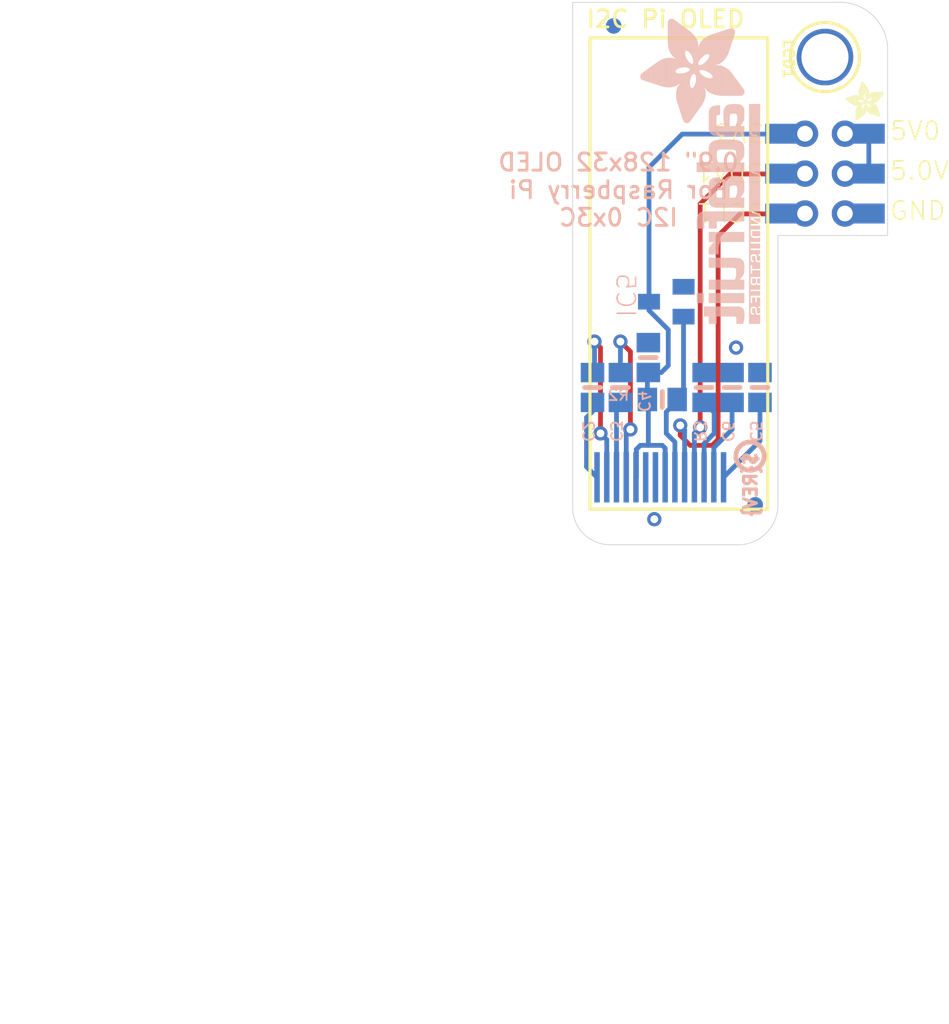
<source format=kicad_pcb>
(kicad_pcb (version 20241229) (generator "pcbnew") (generator_version "9.0")
  (layers (0 "F.Cu" signal) (4 "In1.Cu" signal) (6 "In2.Cu" signal) (8 "In3.Cu" signal) (10 "In4.Cu" signal) (12 "In5.Cu" signal) (14 "In6.Cu" signal) (16 "In7.Cu" signal) (18 "In8.Cu" signal) (20 "In9.Cu" signal) (22 "In10.Cu" signal) (24 "In11.Cu" signal) (26 "In12.Cu" signal) (28 "In13.Cu" signal) (30 "In14.Cu" signal) (2 "B.Cu" signal) (13 "F.Paste" user) (15 "B.Paste" user) (5 "F.SilkS" user "F.Silkscreen") (7 "B.SilkS" user "B.Silkscreen") (1 "F.Mask" user) (3 "B.Mask" user) (25 "Edge.Cuts" user))
  (net 0 "")
  (net 1 "GND")
  (net 2 "SDA")
  (net 3 "SCL")
  (net 4 "+5V")
  (net 5 "3.3V")
  (net 6 "VBREF")
  (net 7 "N$1")
  (net 8 "N$2")
  (net 9 "N$3")
  (net 10 "N$4")
  (net 11 "N$5")
  (net 12 "N$7")
  (net 13 "N$6")
  (net 14 "~{OLED_RST}")
  (footprint "Adafruit 128x32 Pi OLED:UG-2832HSWEG02_WRAPUNDER" (layer "F.Cu") (at 145.326167 120.007582 -90)
    (property "Reference" "LCD1" (at -30 -6.5 270) (layer "F.SilkS") (effects (font (size 0.666496 0.666496) (thickness 0.146304)) (justify left bottom)))
    (property "Value" "OLED 128x32")
    (pad "1" smd rect (at -2.03 5.3 90) (size 3.2 0.35) (layers "B.Cu" "B.Mask") (net 7 "N$1"))
    (pad "2" smd rect (at -2.03 4.68 90) (size 3.2 0.35) (layers "B.Cu" "B.Mask") (net 8 "N$2"))
    (pad "3" smd rect (at -2.03 4.06 90) (size 3.2 0.35) (layers "B.Cu" "B.Mask") (net 9 "N$3"))
    (pad "4" smd rect (at -2.03 3.44 90) (size 3.2 0.35) (layers "B.Cu" "B.Mask") (net 10 "N$4"))
    (pad "5" smd rect (at -2.03 2.82 90) (size 3.2 0.35) (layers "B.Cu" "B.Mask") (net 5 "3.3V"))
    (pad "6" smd rect (at -2.03 2.2 90) (size 3.2 0.35) (layers "B.Cu" "B.Mask") (net 6 "VBREF"))
    (pad "7" smd rect (at -2.03 1.58 90) (size 3.2 0.35) (layers "B.Cu" "B.Mask") (net 1 "GND"))
    (pad "8" smd rect (at -2.03 0.96 90) (size 3.2 0.35) (layers "B.Cu" "B.Mask") (net 5 "3.3V"))
    (pad "9" smd rect (at -2.03 0.34 90) (size 3.2 0.35) (layers "B.Cu" "B.Mask") (net 14 "~{OLED_RST}"))
    (pad "10" smd rect (at -2.03 -0.28 90) (size 3.2 0.35) (layers "B.Cu" "B.Mask") (net 3 "SCL"))
    (pad "11" smd rect (at -2.03 -0.9 90) (size 3.2 0.35) (layers "B.Cu" "B.Mask") (net 2 "SDA"))
    (pad "12" smd rect (at -2.03 -1.52 90) (size 3.2 0.35) (layers "B.Cu" "B.Mask") (net 12 "N$7"))
    (pad "13" smd rect (at -2.03 -2.14 90) (size 3.2 0.35) (layers "B.Cu" "B.Mask") (net 11 "N$5"))
    (pad "14" smd rect (at -2.03 -2.76 90) (size 3.2 0.35) (layers "B.Cu" "B.Mask") (net 13 "N$6"))
  )
  (footprint "Adafruit 128x32 Pi OLED:MOUNTINGHOLE_3.0_PLATEDTHIN" (layer "F.Cu") (at 154.546367 91.229382 180)
    (property "Reference" "U$4" (hide yes))
    (property "Value" "MOUNTINGHOLE3.0THIN" (hide yes))
    (pad "P$1" thru_hole circle (at 0 0 180) (size 3.6 3.6) (drill 3) (layers "*.Cu" "*.Mask"))
  )
  (footprint "Adafruit 128x32 Pi OLED:ADAFRUIT_2.5MM" (layer "F.Cu") (at 158.280167 95.242582 90)
    (property "Reference" "U$1" (hide yes))
    (property "Value" "" (hide yes))
  )
  (footprint "Adafruit 128x32 Pi OLED:RASPBERRYPI_2X3_THMSMT" (layer "F.Cu") (at 154.546367 98.646182)
    (property "Reference" "RPI1" (hide yes))
    (property "Value" "RASPBERRYPI_2X3" (hide yes))
    (fp_text user "5V0" (at 4.064 -2.032 0) (layer "F.SilkS") (effects (font (size 1.1684 1.1684) (thickness 0.1016)) (justify left bottom)))
    (fp_text user "SDA1" (at -3.81 -0.762 180) (layer "F.SilkS") (effects (font (size 1.1684 1.1684) (thickness 0.1016)) (justify left bottom)))
    (fp_text user "GND" (at 4.064 3.048 0) (layer "F.SilkS") (effects (font (size 1.1684 1.1684) (thickness 0.1016)) (justify left bottom)))
    (fp_text user "5.0V" (at 4.064 0.508 0) (layer "F.SilkS") (effects (font (size 1.1684 1.1684) (thickness 0.1016)) (justify left bottom)))
    (fp_text user "3V3" (at -3.81 -3.302 180) (layer "F.SilkS") (effects (font (size 1.1684 1.1684) (thickness 0.1016)) (justify left bottom)))
    (fp_text user "SCL1" (at -3.81 1.778 180) (layer "F.SilkS") (effects (font (size 1.1684 1.1684) (thickness 0.1016)) (justify left bottom)))
    (pad "1" thru_hole circle (at -1.27 -2.54 270) (size 1.6764 1.6764) (drill 1) (layers "*.Cu" "*.Mask") (net 5 "3.3V"))
    (pad "1'" smd rect (at -2.794 -2.54 90) (size 1.27 2.032) (layers "B.Cu" "B.Mask" "B.Paste") (net 5 "3.3V"))
    (pad "2" thru_hole circle (at 1.27 -2.54 270) (size 1.6764 1.6764) (drill 1) (layers "*.Cu" "*.Mask") (net 4 "+5V"))
    (pad "2'" smd rect (at 2.794 -2.54 90) (size 1.27 2.032) (layers "B.Cu" "B.Mask" "B.Paste") (net 4 "+5V"))
    (pad "3" thru_hole circle (at -1.27 0 270) (size 1.6764 1.6764) (drill 1) (layers "*.Cu" "*.Mask") (net 2 "SDA"))
    (pad "3'" smd rect (at -2.794 0 90) (size 1.27 2.032) (layers "B.Cu" "B.Mask" "B.Paste") (net 2 "SDA"))
    (pad "4" thru_hole circle (at 1.27 0 270) (size 1.6764 1.6764) (drill 1) (layers "*.Cu" "*.Mask") (net 4 "+5V"))
    (pad "4'" smd rect (at 2.794 0 90) (size 1.27 2.032) (layers "B.Cu" "B.Mask" "B.Paste") (net 4 "+5V"))
    (pad "5" thru_hole circle (at -1.27 2.54 270) (size 1.6764 1.6764) (drill 1) (layers "*.Cu" "*.Mask") (net 3 "SCL"))
    (pad "5'" smd rect (at -2.794 2.54 90) (size 1.27 2.032) (layers "B.Cu" "B.Mask" "B.Paste") (net 3 "SCL"))
    (pad "6" thru_hole circle (at 1.27 2.54 270) (size 1.6764 1.6764) (drill 1) (layers "*.Cu" "*.Mask") (net 1 "GND"))
    (pad "6'" smd rect (at 2.794 2.54 90) (size 1.27 2.032) (layers "B.Cu" "B.Mask" "B.Paste") (net 1 "GND"))
  )
  (footprint "Adafruit 128x32 Pi OLED:FIDUCIAL_1MM" (layer "B.Cu") (at 141.084367 89.248182 180)
    (property "Reference" "FID4" (hide yes))
    (property "Value" "FIDUCIAL_1MM" (hide yes))
    (pad "1" smd roundrect (at 0 0 180) (size 1 1) (layers "B.Cu" "B.Mask") (roundrect_rratio 0.5))
  )
  (footprint "Adafruit 128x32 Pi OLED:0805-NO" (layer "B.Cu") (at 144.183167 113.022582 180)
    (property "Reference" "R2" (at 2.032 -0.127 -0) (layer "B.SilkS") (effects (font (size 0.692831 0.692831) (thickness 0.119969)) (justify left bottom mirror)))
    (property "Value" "10K")
    (pad "1" smd rect (at -0.95 0 180) (size 1.24 1.5) (layers "B.Cu" "B.Mask" "B.Paste") (net 14 "~{OLED_RST}"))
    (pad "2" smd rect (at 0.95 0 180) (size 1.24 1.5) (layers "B.Cu" "B.Mask" "B.Paste") (net 5 "3.3V"))
  )
  (footprint "Adafruit 128x32 Pi OLED:0805-NO" (layer "B.Cu") (at 143.294167 110.355582 -90)
    (property "Reference" "C4" (at 2.032 -0.127 -90) (layer "B.SilkS") (effects (font (size 0.692831 0.692831) (thickness 0.119969)) (justify right top mirror)))
    (property "Value" "10uF")
    (pad "1" smd rect (at -0.95 0 270) (size 1.24 1.5) (layers "B.Cu" "B.Mask" "B.Paste") (net 1 "GND"))
    (pad "2" smd rect (at 0.95 0 270) (size 1.24 1.5) (layers "B.Cu" "B.Mask" "B.Paste") (net 5 "3.3V"))
  )
  (footprint "Adafruit 128x32 Pi OLED:PCBFEAT-REV-040" (layer "B.Cu") (at 149.771167 116.629382 -90)
    (property "Reference" "U$3" (hide yes))
    (property "Value" "" (hide yes))
    (fp_text user "${REV}" (at -0.3556 -0.508 90) (layer "B.SilkS") (effects (font (size 0.8128 0.8128) (thickness 0.2032)) (justify left bottom mirror)))
  )
  (footprint "Adafruit 128x32 Pi OLED:ADAFRUIT_TEXT_20MM" (layer "B.Cu") (at 150.406167 88.638582 -90)
    (property "Reference" "U$8" (hide yes))
    (property "Value" "" (hide yes))
  )
  (footprint "Adafruit 128x32 Pi OLED:0805-NO" (layer "B.Cu") (at 146.850167 112.260582 -90)
    (property "Reference" "R3" (at 2.032 -0.127 -90) (layer "B.SilkS") (effects (font (size 0.692831 0.692831) (thickness 0.119969)) (justify right top mirror)))
    (property "Value" "390K")
    (pad "1" smd rect (at -0.95 0 270) (size 1.24 1.5) (layers "B.Cu" "B.Mask" "B.Paste") (net 1 "GND"))
    (pad "2" smd rect (at 0.95 0 270) (size 1.24 1.5) (layers "B.Cu" "B.Mask" "B.Paste") (net 12 "N$7"))
  )
  (footprint "Adafruit 128x32 Pi OLED:FIDUCIAL_1MM" (layer "B.Cu") (at 150.101367 119.728182 180)
    (property "Reference" "FID3" (hide yes))
    (property "Value" "FIDUCIAL_1MM" (hide yes))
    (pad "1" smd roundrect (at 0 0 180) (size 1 1) (layers "B.Cu" "B.Mask") (roundrect_rratio 0.5))
  )
  (footprint "Adafruit 128x32 Pi OLED:0805-NO" (layer "B.Cu") (at 139.738167 112.260582 -90)
    (property "Reference" "C2" (at 2.032 -0.127 -90) (layer "B.SilkS") (effects (font (size 0.692831 0.692831) (thickness 0.119969)) (justify right top mirror)))
    (property "Value" "1uF")
    (pad "1" smd rect (at -0.95 0 270) (size 1.24 1.5) (layers "B.Cu" "B.Mask" "B.Paste") (net 8 "N$2"))
    (pad "2" smd rect (at 0.95 0 270) (size 1.24 1.5) (layers "B.Cu" "B.Mask" "B.Paste") (net 7 "N$1"))
  )
  (footprint "Adafruit 128x32 Pi OLED:0805-NO" (layer "B.Cu") (at 148.628167 112.260582 -90)
    (property "Reference" "C6" (at 2.032 -0.127 -90) (layer "B.SilkS") (effects (font (size 0.692831 0.692831) (thickness 0.119969)) (justify right top mirror)))
    (property "Value" "10uF")
    (pad "1" smd rect (at -0.95 0 270) (size 1.24 1.5) (layers "B.Cu" "B.Mask" "B.Paste") (net 1 "GND"))
    (pad "2" smd rect (at 0.95 0 270) (size 1.24 1.5) (layers "B.Cu" "B.Mask" "B.Paste") (net 11 "N$5"))
  )
  (footprint "Adafruit 128x32 Pi OLED:0805-NO" (layer "B.Cu") (at 141.516167 112.260582 -90)
    (property "Reference" "C3" (at 2.032 -0.127 -90) (layer "B.SilkS") (effects (font (size 0.692831 0.692831) (thickness 0.119969)) (justify right top mirror)))
    (property "Value" "1uF")
    (pad "1" smd rect (at -0.95 0 270) (size 1.24 1.5) (layers "B.Cu" "B.Mask" "B.Paste") (net 10 "N$4"))
    (pad "2" smd rect (at 0.95 0 270) (size 1.24 1.5) (layers "B.Cu" "B.Mask" "B.Paste") (net 9 "N$3"))
  )
  (footprint "Adafruit 128x32 Pi OLED:SOT23" (layer "B.Cu") (at 144.437167 106.799582 -90)
    (property "Reference" "IC5" (at -1.905 1.905 -90) (layer "B.SilkS") (effects (font (size 1.176528 1.176528) (thickness 0.093472)) (justify right top mirror)))
    (property "Value" "APX803")
    (pad "1" smd rect (at -0.95 -1.1 270) (size 1 1.4) (layers "B.Cu" "B.Mask" "B.Paste") (net 1 "GND"))
    (pad "2" smd rect (at 0.95 -1.1 270) (size 1 1.4) (layers "B.Cu" "B.Mask" "B.Paste") (net 14 "~{OLED_RST}"))
    (pad "3" smd rect (at 0 1.1 270) (size 1 1.4) (layers "B.Cu" "B.Mask" "B.Paste") (net 5 "3.3V"))
  )
  (footprint "Adafruit 128x32 Pi OLED:0805-NO" (layer "B.Cu") (at 150.406167 112.260582 -90)
    (property "Reference" "C5" (at 2.032 -0.127 -90) (layer "B.SilkS") (effects (font (size 0.692831 0.692831) (thickness 0.119969)) (justify right top mirror)))
    (property "Value" "10uF")
    (pad "1" smd rect (at -0.95 0 270) (size 1.24 1.5) (layers "B.Cu" "B.Mask" "B.Paste") (net 1 "GND"))
    (pad "2" smd rect (at 0.95 0 270) (size 1.24 1.5) (layers "B.Cu" "B.Mask" "B.Paste") (net 13 "N$6"))
  )
  (gr_line (start 149.009167 122.268182) (end 140.830367 122.268182) (stroke (width 0.05)) (layer "Edge.Cuts"))
  (gr_line (start 158.534167 102.583182) (end 151.549167 102.583182) (stroke (width 0.05)) (layer "Edge.Cuts"))
  (gr_line (start 158.534167 90.543582) (end 158.534167 102.583182) (stroke (width 0.05)) (layer "Edge.Cuts"))
  (gr_line (start 151.549167 102.583182) (end 151.549167 119.728182) (stroke (width 0.05)) (layer "Edge.Cuts"))
  (gr_arc (start 140.830367 122.268182) (mid 139.149518 121.55091) (end 138.468167 119.855182) (stroke (width 0.05)) (layer "Edge.Cuts"))
  (gr_arc (start 151.549167 119.728182) (mid 150.805218 121.524233) (end 149.009167 122.268182) (stroke (width 0.05)) (layer "Edge.Cuts"))
  (gr_line (start 138.468167 87.749582) (end 155.232167 87.749582) (stroke (width 0.05)) (layer "Edge.Cuts"))
  (gr_arc (start 155.232167 87.749582) (mid 157.461823 88.462715) (end 158.534167 90.543582) (stroke (width 0.05)) (layer "Edge.Cuts"))
  (gr_line (start 138.468167 119.855182) (end 138.468167 87.749582) (stroke (width 0.05)) (layer "Edge.Cuts"))
  (gr_text "I2C Pi OLED" (at 139.255567 89.451382 0) (layer "F.SilkS") (effects (font (size 1.0922 1.0922) (thickness 0.1778)) (justify left bottom)))
  (gr_text "0.9\" 128x32 OLED\nFor Raspberry Pi\nI2C 0x3C" (at 141.389167 99.687582 0) (layer "B.SilkS") (effects (font (size 1.0922 1.0922) (thickness 0.1778)) (justify mirror)))
  (via (at 148.882167 109.720582) (size 0.9064) (drill 0.5) (layers "F.Cu" "B.Cu") (net 1))
  (via (at 143.675167 120.642582) (size 0.9064) (drill 0.5) (layers "F.Cu" "B.Cu") (net 1))
  (segment (start 146.596167 100.576582) (end 148.501167 98.671582) (width 0.3048) (layer "F.Cu") (net 2))
  (segment (start 146.596167 114.800582) (end 146.596167 100.576582) (width 0.3048) (layer "F.Cu") (net 2))
  (segment (start 148.501167 98.671582) (end 153.250967 98.671582) (width 0.3048) (layer "F.Cu") (net 2))
  (segment (start 153.250967 98.671582) (end 153.276367 98.646182) (width 0.3048) (layer "F.Cu") (net 2))
  (via (at 146.596167 114.800582) (size 0.9064) (drill 0.5) (layers "F.Cu" "B.Cu") (net 2))
  (segment (start 151.752367 98.646182) (end 153.276367 98.646182) (width 0.3048) (layer "B.Cu") (net 2))
  (segment (start 146.226167 115.170582) (end 146.596167 114.800582) (width 0.3048) (layer "B.Cu") (net 2))
  (segment (start 146.226167 117.977582) (end 146.226167 115.170582) (width 0.3048) (layer "B.Cu") (net 2))
  (segment (start 145.961167 115.943582) (end 147.358167 115.943582) (width 0.3048) (layer "F.Cu") (net 3))
  (segment (start 147.739167 115.562582) (end 147.739167 102.608582) (width 0.3048) (layer "F.Cu") (net 3))
  (segment (start 147.739167 102.608582) (end 149.136167 101.211582) (width 0.3048) (layer "F.Cu") (net 3))
  (segment (start 145.326167 114.673582) (end 145.326167 115.308582) (width 0.3048) (layer "F.Cu") (net 3))
  (segment (start 153.250967 101.211582) (end 153.276367 101.186182) (width 0.3048) (layer "F.Cu") (net 3))
  (segment (start 145.326167 115.308582) (end 145.961167 115.943582) (width 0.3048) (layer "F.Cu") (net 3))
  (segment (start 149.136167 101.211582) (end 153.250967 101.211582) (width 0.3048) (layer "F.Cu") (net 3))
  (segment (start 147.358167 115.943582) (end 147.739167 115.562582) (width 0.3048) (layer "F.Cu") (net 3))
  (via (at 145.326167 114.673582) (size 0.9064) (drill 0.5) (layers "F.Cu" "B.Cu") (net 3))
  (segment (start 145.606167 114.953582) (end 145.326167 114.673582) (width 0.3048) (layer "B.Cu") (net 3))
  (segment (start 153.276367 101.186182) (end 151.752367 101.186182) (width 0.3048) (layer "B.Cu") (net 3))
  (segment (start 145.606167 117.977582) (end 145.606167 114.953582) (width 0.3048) (layer "B.Cu") (net 3))
  (segment (start 157.340367 98.646182) (end 157.340367 96.106182) (width 0.3048) (layer "B.Cu") (net 4))
  (segment (start 155.816367 96.106182) (end 157.340367 96.106182) (width 0.3048) (layer "B.Cu") (net 4))
  (segment (start 157.340367 98.646182) (end 155.816367 98.646182) (width 0.3048) (layer "B.Cu") (net 4))
  (segment (start 142.786167 115.943582) (end 142.532167 116.197582) (width 0.3048) (layer "B.Cu") (net 5))
  (segment (start 143.233167 111.366582) (end 143.294167 111.305582) (width 0.3048) (layer "B.Cu") (net 5))
  (segment (start 143.294167 113.088582) (end 143.233167 113.022582) (width 0.3048) (layer "B.Cu") (net 5))
  (segment (start 144.564167 108.577582) (end 143.337167 107.350582) (width 0.3048) (layer "B.Cu") (net 5))
  (segment (start 143.233167 113.022582) (end 143.233167 111.366582) (width 0.3048) (layer "B.Cu") (net 5))
  (segment (start 143.337167 98.247582) (end 145.453167 96.131582) (width 0.3048) (layer "B.Cu") (net 5))
  (segment (start 142.532167 117.951582) (end 142.506167 117.977582) (width 0.3048) (layer "B.Cu") (net 5))
  (segment (start 144.564167 110.863582) (end 144.564167 108.577582) (width 0.3048) (layer "B.Cu") (net 5))
  (segment (start 142.532167 116.197582) (end 142.532167 117.951582) (width 0.3048) (layer "B.Cu") (net 5))
  (segment (start 144.183167 115.943582) (end 143.294167 115.943582) (width 0.3048) (layer "B.Cu") (net 5))
  (segment (start 143.337167 107.350582) (end 143.337167 106.799582) (width 0.3048) (layer "B.Cu") (net 5))
  (segment (start 143.294167 115.943582) (end 142.786167 115.943582) (width 0.3048) (layer "B.Cu") (net 5))
  (segment (start 143.294167 113.088582) (end 143.294167 115.943582) (width 0.3048) (layer "B.Cu") (net 5))
  (segment (start 144.122167 111.305582) (end 144.564167 110.863582) (width 0.3048) (layer "B.Cu") (net 5))
  (segment (start 144.366167 117.977582) (end 144.366167 116.126582) (width 0.3048) (layer "B.Cu") (net 5))
  (segment (start 153.276367 96.106182) (end 151.752367 96.106182) (width 0.3048) (layer "B.Cu") (net 5))
  (segment (start 151.726967 96.131582) (end 151.752367 96.106182) (width 0.3048) (layer "B.Cu") (net 5))
  (segment (start 144.366167 116.126582) (end 144.183167 115.943582) (width 0.3048) (layer "B.Cu") (net 5))
  (segment (start 143.294167 111.305582) (end 144.122167 111.305582) (width 0.3048) (layer "B.Cu") (net 5))
  (segment (start 143.337167 106.799582) (end 143.337167 98.247582) (width 0.3048) (layer "B.Cu") (net 5))
  (segment (start 145.453167 96.131582) (end 151.726967 96.131582) (width 0.3048) (layer "B.Cu") (net 5))
  (segment (start 139.357167 117.308582) (end 139.357167 114.165582) (width 0.3048) (layer "B.Cu") (net 7))
  (segment (start 139.738167 113.784582) (end 139.738167 113.210582) (width 0.3048) (layer "B.Cu") (net 7))
  (segment (start 140.026167 117.977582) (end 139.357167 117.308582) (width 0.3048) (layer "B.Cu") (net 7))
  (segment (start 139.357167 114.165582) (end 139.738167 113.784582) (width 0.3048) (layer "B.Cu") (net 7))
  (segment (start 140.246167 115.181582) (end 140.246167 109.720582) (width 0.3048) (layer "F.Cu") (net 8))
  (segment (start 140.246167 109.720582) (end 139.865167 109.339582) (width 0.3048) (layer "F.Cu") (net 8))
  (via (at 140.246167 115.181582) (size 0.9064) (drill 0.5) (layers "F.Cu" "B.Cu") (net 8))
  (via (at 139.865167 109.339582) (size 0.9064) (drill 0.5) (layers "F.Cu" "B.Cu") (net 8))
  (segment (start 140.646167 117.977582) (end 140.646167 115.581582) (width 0.3048) (layer "B.Cu") (net 8))
  (segment (start 139.865167 109.339582) (end 139.865167 111.183582) (width 0.3048) (layer "B.Cu") (net 8))
  (segment (start 139.865167 111.183582) (end 139.738167 111.310582) (width 0.3048) (layer "B.Cu") (net 8))
  (segment (start 140.646167 115.581582) (end 140.246167 115.181582) (width 0.3048) (layer "B.Cu") (net 8))
  (segment (start 141.266167 117.977582) (end 141.266167 113.460582) (width 0.3048) (layer "B.Cu") (net 9))
  (segment (start 141.266167 113.460582) (end 141.516167 113.210582) (width 0.3048) (layer "B.Cu") (net 9))
  (segment (start 142.151167 109.974582) (end 141.516167 109.339582) (width 0.3048) (layer "F.Cu") (net 10))
  (segment (start 142.151167 114.927582) (end 142.151167 109.974582) (width 0.3048) (layer "F.Cu") (net 10))
  (via (at 142.151167 114.927582) (size 0.9064) (drill 0.5) (layers "F.Cu" "B.Cu") (net 10))
  (via (at 141.516167 109.339582) (size 0.9064) (drill 0.5) (layers "F.Cu" "B.Cu") (net 10))
  (segment (start 141.886167 115.192582) (end 142.151167 114.927582) (width 0.3048) (layer "B.Cu") (net 10))
  (segment (start 141.886167 117.977582) (end 141.886167 115.192582) (width 0.3048) (layer "B.Cu") (net 10))
  (segment (start 141.516167 109.339582) (end 141.516167 111.310582) (width 0.3048) (layer "B.Cu") (net 10))
  (segment (start 148.628167 114.927582) (end 148.628167 113.210582) (width 0.3048) (layer "B.Cu") (net 11))
  (segment (start 147.466167 117.977582) (end 147.466167 116.089582) (width 0.3048) (layer "B.Cu") (net 11))
  (segment (start 147.466167 116.089582) (end 148.628167 114.927582) (width 0.3048) (layer "B.Cu") (net 11))
  (segment (start 146.846167 117.977582) (end 146.850167 117.973582) (width 0.3048) (layer "B.Cu") (net 12))
  (segment (start 147.485167 115.181582) (end 147.485167 113.845582) (width 0.3048) (layer "B.Cu") (net 12))
  (segment (start 146.850167 117.973582) (end 146.850167 115.816582) (width 0.3048) (layer "B.Cu") (net 12))
  (segment (start 146.850167 115.816582) (end 147.485167 115.181582) (width 0.3048) (layer "B.Cu") (net 12))
  (segment (start 147.485167 113.845582) (end 146.850167 113.210582) (width 0.3048) (layer "B.Cu") (net 12))
  (segment (start 148.086167 117.977582) (end 150.406167 115.657582) (width 0.3048) (layer "B.Cu") (net 13))
  (segment (start 150.406167 115.657582) (end 150.406167 113.210582) (width 0.3048) (layer "B.Cu") (net 13))
  (segment (start 144.986167 117.977582) (end 144.986167 115.730582) (width 0.3048) (layer "B.Cu") (net 14))
  (segment (start 144.802576 113.448163) (end 145.133167 113.022582) (width 0.3048) (layer "B.Cu") (net 14))
  (segment (start 144.691167 113.591582) (end 144.802576 113.448163) (width 0.3048) (layer "B.Cu") (net 14))
  (segment (start 145.133167 113.022582) (end 145.537167 112.618582) (width 0.3048) (layer "B.Cu") (net 14))
  (segment (start 144.437167 115.181582) (end 144.437167 113.813572) (width 0.3048) (layer "B.Cu") (net 14))
  (segment (start 145.537167 112.618582) (end 145.537167 107.749582) (width 0.3048) (layer "B.Cu") (net 14))
  (segment (start 144.986167 115.730582) (end 144.691167 115.435582) (width 0.3048) (layer "B.Cu") (net 14))
  (segment (start 144.691167 115.435582) (end 144.437167 115.181582) (width 0.3048) (layer "B.Cu") (net 14))
  (segment (start 144.437167 113.813572) (end 144.802576 113.448163) (width 0.3048) (layer "B.Cu") (net 14))
)
</source>
